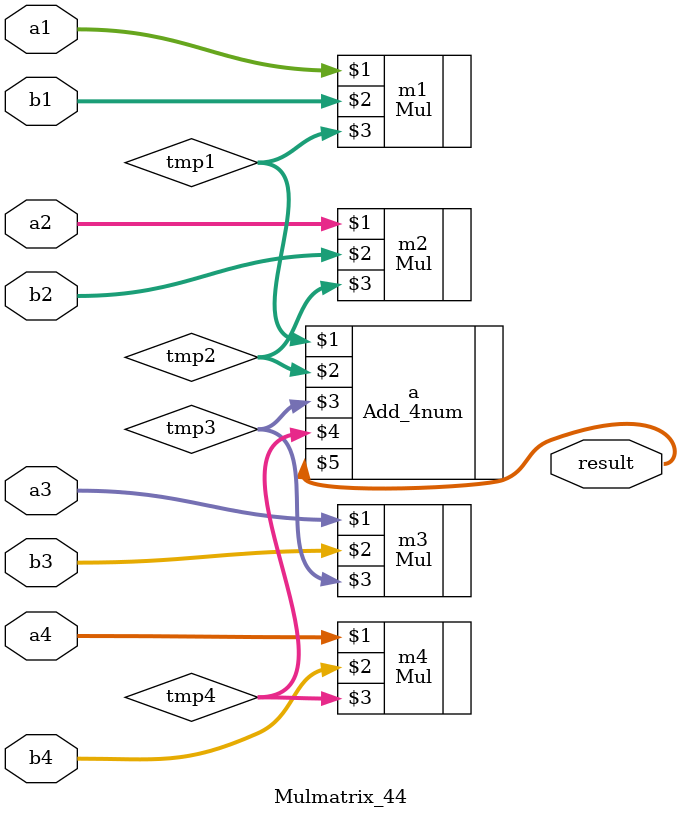
<source format=v>
module Mulmatrix_44(
	input [31:0] a1,a2,a3,a4,
	input [31:0] b1,b2,b3,b4,
	output[31:0] result
);
	wire [31:0] tmp1,tmp2,tmp3,tmp4;
	
	Mul m1(a1,b1,tmp1);
	Mul m2(a2,b2,tmp2);
	Mul m3(a3,b3,tmp3);
	Mul m4(a4,b4,tmp4);
	
	Add_4num a(tmp1,tmp2,tmp3,tmp4,result);
endmodule 
</source>
